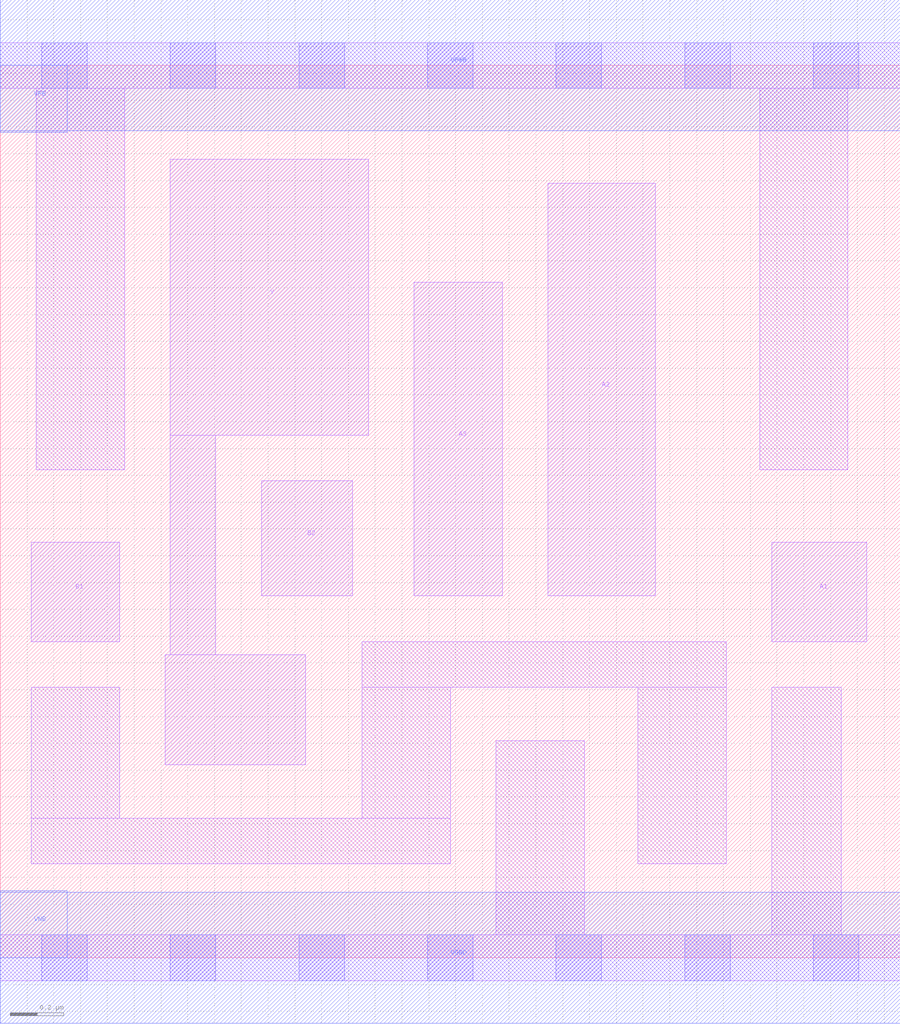
<source format=lef>
# Copyright 2020 The SkyWater PDK Authors
#
# Licensed under the Apache License, Version 2.0 (the "License");
# you may not use this file except in compliance with the License.
# You may obtain a copy of the License at
#
#     https://www.apache.org/licenses/LICENSE-2.0
#
# Unless required by applicable law or agreed to in writing, software
# distributed under the License is distributed on an "AS IS" BASIS,
# WITHOUT WARRANTIES OR CONDITIONS OF ANY KIND, either express or implied.
# See the License for the specific language governing permissions and
# limitations under the License.
#
# SPDX-License-Identifier: Apache-2.0

VERSION 5.5 ;
NAMESCASESENSITIVE ON ;
BUSBITCHARS "[]" ;
DIVIDERCHAR "/" ;
MACRO sky130_fd_sc_hs__o32ai_1
  CLASS CORE ;
  SOURCE USER ;
  ORIGIN  0.000000  0.000000 ;
  SIZE  3.360000 BY  3.330000 ;
  SYMMETRY X Y ;
  SITE unit ;
  PIN A1
    ANTENNAGATEAREA  0.279000 ;
    DIRECTION INPUT ;
    USE SIGNAL ;
    PORT
      LAYER li1 ;
        RECT 2.880000 1.180000 3.235000 1.550000 ;
    END
  END A1
  PIN A2
    ANTENNAGATEAREA  0.279000 ;
    DIRECTION INPUT ;
    USE SIGNAL ;
    PORT
      LAYER li1 ;
        RECT 2.045000 1.350000 2.445000 2.890000 ;
    END
  END A2
  PIN A3
    ANTENNAGATEAREA  0.279000 ;
    DIRECTION INPUT ;
    USE SIGNAL ;
    PORT
      LAYER li1 ;
        RECT 1.545000 1.350000 1.875000 2.520000 ;
    END
  END A3
  PIN B1
    ANTENNAGATEAREA  0.279000 ;
    DIRECTION INPUT ;
    USE SIGNAL ;
    PORT
      LAYER li1 ;
        RECT 0.115000 1.180000 0.445000 1.550000 ;
    END
  END B1
  PIN B2
    ANTENNAGATEAREA  0.279000 ;
    DIRECTION INPUT ;
    USE SIGNAL ;
    PORT
      LAYER li1 ;
        RECT 0.975000 1.350000 1.315000 1.780000 ;
    END
  END B2
  PIN Y
    ANTENNADIFFAREA  0.992900 ;
    DIRECTION OUTPUT ;
    USE SIGNAL ;
    PORT
      LAYER li1 ;
        RECT 0.615000 0.720000 1.140000 1.130000 ;
        RECT 0.635000 1.130000 0.805000 1.950000 ;
        RECT 0.635000 1.950000 1.375000 2.980000 ;
    END
  END Y
  PIN VGND
    DIRECTION INOUT ;
    USE GROUND ;
    PORT
      LAYER met1 ;
        RECT 0.000000 -0.245000 3.360000 0.245000 ;
    END
  END VGND
  PIN VNB
    DIRECTION INOUT ;
    USE GROUND ;
    PORT
      LAYER met1 ;
        RECT 0.000000 0.000000 0.250000 0.250000 ;
    END
  END VNB
  PIN VPB
    DIRECTION INOUT ;
    USE POWER ;
    PORT
      LAYER met1 ;
        RECT 0.000000 3.080000 0.250000 3.330000 ;
    END
  END VPB
  PIN VPWR
    DIRECTION INOUT ;
    USE POWER ;
    PORT
      LAYER met1 ;
        RECT 0.000000 3.085000 3.360000 3.575000 ;
    END
  END VPWR
  OBS
    LAYER li1 ;
      RECT 0.000000 -0.085000 3.360000 0.085000 ;
      RECT 0.000000  3.245000 3.360000 3.415000 ;
      RECT 0.115000  0.350000 1.680000 0.520000 ;
      RECT 0.115000  0.520000 0.445000 1.010000 ;
      RECT 0.135000  1.820000 0.465000 3.245000 ;
      RECT 1.350000  0.520000 1.680000 1.010000 ;
      RECT 1.350000  1.010000 2.710000 1.180000 ;
      RECT 1.850000  0.085000 2.180000 0.810000 ;
      RECT 2.380000  0.350000 2.710000 1.010000 ;
      RECT 2.835000  1.820000 3.165000 3.245000 ;
      RECT 2.880000  0.085000 3.140000 1.010000 ;
    LAYER mcon ;
      RECT 0.155000 -0.085000 0.325000 0.085000 ;
      RECT 0.155000  3.245000 0.325000 3.415000 ;
      RECT 0.635000 -0.085000 0.805000 0.085000 ;
      RECT 0.635000  3.245000 0.805000 3.415000 ;
      RECT 1.115000 -0.085000 1.285000 0.085000 ;
      RECT 1.115000  3.245000 1.285000 3.415000 ;
      RECT 1.595000 -0.085000 1.765000 0.085000 ;
      RECT 1.595000  3.245000 1.765000 3.415000 ;
      RECT 2.075000 -0.085000 2.245000 0.085000 ;
      RECT 2.075000  3.245000 2.245000 3.415000 ;
      RECT 2.555000 -0.085000 2.725000 0.085000 ;
      RECT 2.555000  3.245000 2.725000 3.415000 ;
      RECT 3.035000 -0.085000 3.205000 0.085000 ;
      RECT 3.035000  3.245000 3.205000 3.415000 ;
  END
END sky130_fd_sc_hs__o32ai_1

</source>
